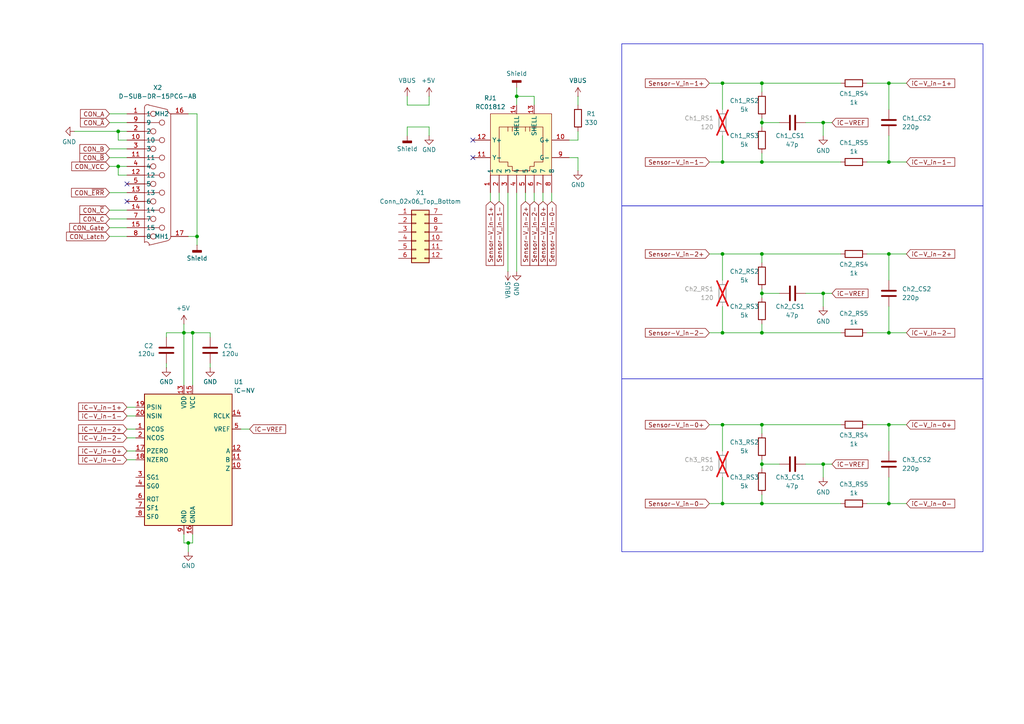
<source format=kicad_sch>
(kicad_sch (version 20231120) (generator "eeschema") (generator_version "8.0")
  (paper "A4")
  (lib_symbols
    (symbol "Connector_Generic:Conn_02x06_Top_Bottom" (pin_names (offset 1.016) hide)
      (property "Reference" "J" (at 1.27 7.62 0))
      (property "Value" "Conn_02x06_Top_Bottom" (at 1.27 -10.16 0))
      (symbol "Conn_02x06_Top_Bottom_1_1"
        (rectangle (start -1.27 -7.493) (end 0 -7.747) (stroke (width 0.1524)))
        (rectangle (start -1.27 -4.953) (end 0 -5.207) (stroke (width 0.1524)))
        (rectangle (start -1.27 -2.413) (end 0 -2.667) (stroke (width 0.1524)))
        (rectangle (start -1.27 0.127) (end 0 -0.127) (stroke (width 0.1524)))
        (rectangle (start -1.27 2.667) (end 0 2.413) (stroke (width 0.1524)))
        (rectangle (start -1.27 5.207) (end 0 4.953) (stroke (width 0.1524)))
        (rectangle (start -1.27 6.35) (end 3.81 -8.89) (stroke (width 0.254)) (fill (type background)))
        (rectangle (start 3.81 -7.493) (end 2.54 -7.747) (stroke (width 0.1524)))
        (rectangle (start 3.81 -4.953) (end 2.54 -5.207) (stroke (width 0.1524)))
        (rectangle (start 3.81 -2.413) (end 2.54 -2.667) (stroke (width 0.1524)))
        (rectangle (start 3.81 0.127) (end 2.54 -0.127) (stroke (width 0.1524)))
        (rectangle (start 3.81 2.667) (end 2.54 2.413) (stroke (width 0.1524)))
        (rectangle (start 3.81 5.207) (end 2.54 4.953) (stroke (width 0.1524)))
        (pin passive line (at -5.08 5.08 0) (length 3.81) (name "Pin_1") (number "1"))
        (pin passive line (at 7.62 -2.54 180) (length 3.81) (name "Pin_10") (number "10"))
        (pin passive line (at 7.62 -5.08 180) (length 3.81) (name "Pin_11") (number "11"))
        (pin passive line (at 7.62 -7.62 180) (length 3.81) (name "Pin_12") (number "12"))
        (pin passive line (at -5.08 2.54 0) (length 3.81) (name "Pin_2") (number "2"))
        (pin passive line (at -5.08 0 0) (length 3.81) (name "Pin_3") (number "3"))
        (pin passive line (at -5.08 -2.54 0) (length 3.81) (name "Pin_4") (number "4"))
        (pin passive line (at -5.08 -5.08 0) (length 3.81) (name "Pin_5") (number "5"))
        (pin passive line (at -5.08 -7.62 0) (length 3.81) (name "Pin_6") (number "6"))
        (pin passive line (at 7.62 5.08 180) (length 3.81) (name "Pin_7") (number "7"))
        (pin passive line (at 7.62 2.54 180) (length 3.81) (name "Pin_8") (number "8"))
        (pin passive line (at 7.62 0 180) (length 3.81) (name "Pin_9") (number "9"))
      )
    )
    (symbol "CostumLibrary:iC-NV"
      (property "Reference" "U" (at -9.906 20.32 0))
      (property "Value" "iC-NV" (at 3.81 20.32 0))
      (symbol "iC-NV_0_1"
        (rectangle (start -12.7 19.05) (end 12.7 -19.05) (stroke (width 0.254)) (fill (type background)))
      )
      (symbol "iC-NV_1_1"
        (pin bidirectional line (at -15.24 8.89 0) (length 2.54) (name "PCOS") (number "1"))
        (pin bidirectional line (at 15.24 -2.54 180) (length 2.54) (name "Z") (number "10"))
        (pin power_in line (at 15.24 0 180) (length 2.54) (name "B") (number "11"))
        (pin bidirectional line (at 15.24 2.54 180) (length 2.54) (name "A") (number "12"))
        (pin power_in line (at -1.27 21.59 270) (length 2.54) (name "VDD") (number "13"))
        (pin bidirectional line (at 15.24 12.7 180) (length 2.54) (name "RCLK") (number "14"))
        (pin power_in line (at 1.27 21.59 270) (length 2.54) (name "VCC") (number "15"))
        (pin power_in line (at 1.27 -21.59 90) (length 2.54) (name "GNDA") (number "16"))
        (pin bidirectional line (at -15.24 2.54 0) (length 2.54) (name "PZERO") (number "17"))
        (pin bidirectional line (at -15.24 0 0) (length 2.54) (name "NZERO") (number "18"))
        (pin bidirectional line (at -15.24 15.24 0) (length 2.54) (name "PSIN") (number "19"))
        (pin bidirectional line (at -15.24 6.35 0) (length 2.54) (name "NCOS") (number "2"))
        (pin bidirectional line (at -15.24 12.7 0) (length 2.54) (name "NSIN") (number "20"))
        (pin bidirectional line (at -15.24 -5.08 0) (length 2.54) (name "SG1") (number "3"))
        (pin bidirectional line (at -15.24 -7.62 0) (length 2.54) (name "SG0") (number "4"))
        (pin bidirectional line (at 15.24 8.89 180) (length 2.54) (name "VREF") (number "5"))
        (pin bidirectional line (at -15.24 -11.43 0) (length 2.54) (name "ROT") (number "6"))
        (pin bidirectional line (at -15.24 -13.97 0) (length 2.54) (name "SF1") (number "7"))
        (pin bidirectional line (at -15.24 -16.51 0) (length 2.54) (name "SF0") (number "8"))
        (pin power_in line (at -1.27 -21.59 90) (length 2.54) (name "GND") (number "9"))
      )
    )
    (symbol "Device:C" (pin_numbers hide) (pin_names (offset 0.254))
      (property "Reference" "C" (at 0.635 2.54 0))
      (property "Value" "C" (at 0.635 -2.54 0))
      (symbol "C_0_1"
        (polyline (pts (xy -2.032 -0.762) (xy 2.032 -0.762)) (stroke (width 0.508)))
        (polyline (pts (xy -2.032 0.762) (xy 2.032 0.762)) (stroke (width 0.508)))
      )
      (symbol "C_1_1"
        (pin passive line (at 0 3.81 270) (length 2.794) (name "~") (number "1"))
        (pin passive line (at 0 -3.81 90) (length 2.794) (name "~") (number "2"))
      )
    )
    (symbol "Device:R" (pin_numbers hide) (pin_names (offset 0))
      (property "Reference" "R" (at 2.032 0 90))
      (property "Value" "R" (at 0 0 90))
      (symbol "R_0_1"
        (rectangle (start -1.016 -2.54) (end 1.016 2.54) (stroke (width 0.254)))
      )
      (symbol "R_1_1"
        (pin passive line (at 0 3.81 270) (length 1.27) (name "~") (number "1"))
        (pin passive line (at 0 -3.81 90) (length 1.27) (name "~") (number "2"))
      )
    )
    (symbol "easyeda2kicad:D-SUB-DR-15PCG-AB"
      (property "Reference" "U" (at 0 22.86 0))
      (property "Value" "D-SUB-DR-15PCG-AB" (at 0 -22.86 0))
      (symbol "D-SUB-DR-15PCG-AB_0_1"
        (arc (start -3.69 -20.27) (mid -4.1367 -19.4503) (end -5.07 -19.47))
        (arc (start -3.69 20.27) (mid -4.96 20.04) (end -5.07 19.47))
        (circle (center -2.54 -17.78) (radius 0.76))
        (circle (center -2.54 -12.7) (radius 0.76))
        (circle (center -2.54 -7.62) (radius 0.76))
        (circle (center -2.54 -2.54) (radius 0.76))
        (circle (center -2.54 2.54) (radius 0.76))
        (circle (center -2.54 7.62) (radius 0.76))
        (circle (center -2.54 12.7) (radius 0.76))
        (circle (center -2.54 17.78) (radius 0.76))
        (circle (center 0 -15.24) (radius 0.76))
        (circle (center 0 -10.16) (radius 0.76))
        (circle (center 0 -5.08) (radius 0.76))
        (polyline (pts (xy -5.08 -19.56) (xy -5.08 -2.54)))
        (polyline (pts (xy -5.08 -15.24) (xy -0.76 -15.24)))
        (polyline (pts (xy -5.08 -10.16) (xy -0.76 -10.16)))
        (polyline (pts (xy -5.08 -5.08) (xy -0.76 -5.08)))
        (polyline (pts (xy -5.08 -2.54) (xy -5.08 17.78)))
        (polyline (pts (xy -5.08 0) (xy -0.76 0)))
        (polyline (pts (xy -5.08 5.08) (xy -0.76 5.08)))
        (polyline (pts (xy -5.08 10.16) (xy -0.76 10.16)))
        (polyline (pts (xy -5.08 15.24) (xy -0.76 15.24)))
        (polyline (pts (xy -5.08 19.56) (xy -5.08 17.78)))
        (polyline (pts (xy -3.3 -17.78) (xy -5.08 -17.78)))
        (polyline (pts (xy -3.3 -12.7) (xy -5.08 -12.7)))
        (polyline (pts (xy -3.3 -7.62) (xy -5.08 -7.62)))
        (polyline (pts (xy -3.3 -2.54) (xy -5.08 -2.54)))
        (polyline (pts (xy -3.3 2.54) (xy -5.08 2.54)))
        (polyline (pts (xy -3.3 7.62) (xy -5.08 7.62)))
        (polyline (pts (xy -3.3 12.7) (xy -5.08 12.7)))
        (polyline (pts (xy -3.3 17.78) (xy -5.08 17.78)))
        (polyline (pts (xy 1.52 -19.05) (xy -3.81 -20.32)))
        (polyline (pts (xy 1.52 19.05) (xy -3.81 20.32)))
        (polyline (pts (xy 2.54 -17.78) (xy 2.54 17.78)))
        (circle (center 0 0) (radius 0.76))
        (circle (center 0 5.08) (radius 0.76))
        (circle (center 0 10.16) (radius 0.76))
        (circle (center 0 15.24) (radius 0.76))
        (arc (start 1.6 -19.01) (mid 2.51 -18.03) (end 2.54 -17.78))
        (arc (start 1.62 19) (mid 1.8759 18.2361) (end 2.54 17.78))
        (pin input line (at -10.16 17.78 0) (length 5.08) (name "1") (number "1"))
        (pin input line (at -10.16 10.16 0) (length 5.08) (name "10") (number "10"))
        (pin input line (at -10.16 5.08 0) (length 5.08) (name "11") (number "11"))
        (pin input line (at -10.16 0 0) (length 5.08) (name "12") (number "12"))
        (pin input line (at -10.16 -5.08 0) (length 5.08) (name "13") (number "13"))
        (pin input line (at -10.16 -10.16 0) (length 5.08) (name "14") (number "14"))
        (pin input line (at -10.16 -15.24 0) (length 5.08) (name "15") (number "15"))
        (pin input line (at 7.62 17.78 180) (length 5.08) (name "MH2") (number "16"))
        (pin input line (at 7.62 -17.78 180) (length 5.08) (name "MH1") (number "17"))
        (pin input line (at -10.16 12.7 0) (length 5.08) (name "2") (number "2"))
        (pin input line (at -10.16 7.62 0) (length 5.08) (name "3") (number "3"))
        (pin input line (at -10.16 2.54 0) (length 5.08) (name "4") (number "4"))
        (pin input line (at -10.16 -2.54 0) (length 5.08) (name "5") (number "5"))
        (pin input line (at -10.16 -7.62 0) (length 5.08) (name "6") (number "6"))
        (pin input line (at -10.16 -12.7 0) (length 5.08) (name "7") (number "7"))
        (pin input line (at -10.16 -17.78 0) (length 5.08) (name "8") (number "8"))
        (pin input line (at -10.16 15.24 0) (length 5.08) (name "9") (number "9"))
      )
    )
    (symbol "easyeda2kicad:RC01812"
      (property "Reference" "RJ" (at 0 17.78 0))
      (property "Value" "RC01812" (at 0 -17.78 0))
      (symbol "RC01812_0_1"
        (rectangle (start -10.16 10.16) (end 7.62 -7.62) (fill (type background)))
        (polyline (pts (xy -5.08 6.35) (xy -5.08 5.08) (xy -5.08 5.08)))
        (polyline (pts (xy -3.81 6.35) (xy -3.81 5.08) (xy -3.81 5.08)))
        (polyline (pts (xy -2.54 6.35) (xy -2.54 5.08) (xy -2.54 5.08)))
        (polyline (pts (xy 0 6.35) (xy 0 5.08) (xy 0 5.08)))
        (polyline (pts (xy 1.27 6.35) (xy 1.27 5.08) (xy 1.27 5.08)))
        (polyline (pts (xy 2.54 6.35) (xy 2.54 5.08) (xy 2.54 5.08)))
        (polyline (pts (xy 5.08 6.35) (xy -7.62 6.35) (xy -7.62 -3.81) (xy -5.08 -3.81) (xy -5.08 -5.08) (xy -3.81 -5.08) (xy -3.81 -5.08) (xy -3.81 -6.35) (xy 1.27 -6.35) (xy 1.27 -5.08) (xy 2.54 -5.08) (xy 2.54 -3.81) (xy 5.08 -3.81) (xy 5.08 6.35) (xy 5.08 5.08)))
        (pin unspecified line (at -10.16 -12.7 90) (length 5.08) (name "1") (number "1"))
        (pin unspecified line (at 12.7 2.54 180) (length 5.08) (name "G+") (number "10"))
        (pin unspecified line (at -15.24 -2.54 0) (length 5.08) (name "Y-") (number "11"))
        (pin unspecified line (at -15.24 2.54 0) (length 5.08) (name "Y+") (number "12"))
        (pin unspecified line (at 2.54 12.7 270) (length 2.54) (name "SHELL") (number "13"))
        (pin unspecified line (at -2.54 12.7 270) (length 2.54) (name "SHELL") (number "14"))
        (pin unspecified line (at -7.62 -12.7 90) (length 5.08) (name "2") (number "2"))
        (pin unspecified line (at -5.08 -12.7 90) (length 5.08) (name "3") (number "3"))
        (pin unspecified line (at -2.54 -12.7 90) (length 5.08) (name "4") (number "4"))
        (pin unspecified line (at 0 -12.7 90) (length 5.08) (name "5") (number "5"))
        (pin unspecified line (at 2.54 -12.7 90) (length 5.08) (name "6") (number "6"))
        (pin unspecified line (at 5.08 -12.7 90) (length 5.08) (name "7") (number "7"))
        (pin unspecified line (at 7.62 -12.7 90) (length 5.08) (name "8") (number "8"))
        (pin unspecified line (at 12.7 -2.54 180) (length 5.08) (name "G-") (number "9"))
      )
    )
    (symbol "power:+5V" (power) (pin_numbers hide) (pin_names (offset 0) hide)
      (property "Value" "+5V" (at 0 3.556 0))
      (symbol "+5V_0_1"
        (polyline (pts (xy -0.762 1.27) (xy 0 2.54)))
        (polyline (pts (xy 0 0) (xy 0 2.54)))
        (polyline (pts (xy 0 2.54) (xy 0.762 1.27)))
      )
      (symbol "+5V_1_1"
        (pin power_in line (at 0 0 90) (length 0) (name "~") (number "1"))
      )
    )
    (symbol "power:GND" (power) (pin_numbers hide) (pin_names (offset 0) hide)
      (property "Value" "GND" (at 0 -3.81 0))
      (symbol "GND_0_1"
        (polyline (pts (xy 0 0) (xy 0 -1.27) (xy 1.27 -1.27) (xy 0 -2.54) (xy -1.27 -1.27) (xy 0 -1.27)))
      )
      (symbol "GND_1_1"
        (pin power_in line (at 0 0 270) (length 0) (name "~") (number "1"))
      )
    )
    (symbol "power:GNDD" (power) (pin_numbers hide) (pin_names (offset 0) hide)
      (property "Value" "GNDD" (at 0 -3.175 0))
      (symbol "GNDD_0_1"
        (rectangle (start -1.27 -1.524) (end 1.27 -2.032) (stroke (width 0.254)) (fill (type outline)))
        (polyline (pts (xy 0 0) (xy 0 -1.524)))
      )
      (symbol "GNDD_1_1"
        (pin power_in line (at 0 0 270) (length 0) (name "~") (number "1"))
      )
    )
    (symbol "power:VBUS" (power) (pin_numbers hide) (pin_names (offset 0) hide)
      (property "Value" "VBUS" (at 0 3.556 0))
      (symbol "VBUS_0_1"
        (polyline (pts (xy -0.762 1.27) (xy 0 2.54)))
        (polyline (pts (xy 0 0) (xy 0 2.54)))
        (polyline (pts (xy 0 2.54) (xy 0.762 1.27)))
      )
      (symbol "VBUS_1_1"
        (pin power_in line (at 0 0 90) (length 0) (name "~") (number "1"))
      )
    )
  )
  (junction (at 209.55 73.66))
  (junction (at 220.98 73.66))
  (junction (at 34.29 48.26))
  (junction (at 53.34 96.52))
  (junction (at 57.15 68.58))
  (junction (at 220.98 123.19))
  (junction (at 238.76 134.62))
  (junction (at 257.81 146.05))
  (junction (at 209.55 96.52))
  (junction (at 34.29 38.1))
  (junction (at 54.61 157.48))
  (junction (at 257.81 73.66))
  (junction (at 220.98 24.13))
  (junction (at 149.86 27.94))
  (junction (at 209.55 123.19))
  (junction (at 257.81 96.52))
  (junction (at 220.98 146.05))
  (junction (at 220.98 35.56))
  (junction (at 238.76 85.09))
  (junction (at 209.55 24.13))
  (junction (at 220.98 134.62))
  (junction (at 220.98 46.99))
  (junction (at 209.55 46.99))
  (junction (at 238.76 35.56))
  (junction (at 257.81 46.99))
  (junction (at 220.98 96.52))
  (junction (at 55.88 96.52))
  (junction (at 220.98 85.09))
  (junction (at 257.81 123.19))
  (junction (at 257.81 24.13))
  (junction (at 209.55 146.05))
  (no_connect (at 137.16 40.64))
  (no_connect (at 36.83 58.42))
  (no_connect (at 137.16 45.72))
  (no_connect (at 36.83 53.34))
  (wire (pts (xy 209.55 73.66) (xy 220.98 73.66)))
  (wire (pts (xy 124.46 36.83) (xy 118.11 36.83)))
  (wire (pts (xy 205.74 46.99) (xy 209.55 46.99)))
  (wire (pts (xy 209.55 24.13) (xy 209.55 31.75)))
  (wire (pts (xy 257.81 130.81) (xy 257.81 123.19)))
  (wire (pts (xy 220.98 123.19) (xy 220.98 125.73)))
  (wire (pts (xy 160.02 58.42) (xy 160.02 55.88)))
  (wire (pts (xy 251.46 46.99) (xy 257.81 46.99)))
  (wire (pts (xy 124.46 27.94) (xy 124.46 30.48)))
  (wire (pts (xy 60.96 105.41) (xy 60.96 106.68)))
  (wire (pts (xy 48.26 97.79) (xy 48.26 96.52)))
  (wire (pts (xy 31.75 35.56) (xy 36.83 35.56)))
  (wire (pts (xy 251.46 96.52) (xy 257.81 96.52)))
  (wire (pts (xy 220.98 83.82) (xy 220.98 85.09)))
  (wire (pts (xy 209.55 123.19) (xy 209.55 130.81)))
  (wire (pts (xy 220.98 46.99) (xy 243.84 46.99)))
  (wire (pts (xy 220.98 123.19) (xy 243.84 123.19)))
  (wire (pts (xy 257.81 88.9) (xy 257.81 96.52)))
  (wire (pts (xy 257.81 96.52) (xy 262.89 96.52)))
  (wire (pts (xy 31.75 63.5) (xy 36.83 63.5)))
  (wire (pts (xy 54.61 157.48) (xy 54.61 160.02)))
  (wire (pts (xy 257.81 24.13) (xy 262.89 24.13)))
  (wire (pts (xy 144.78 58.42) (xy 144.78 55.88)))
  (wire (pts (xy 31.75 55.88) (xy 36.83 55.88)))
  (wire (pts (xy 220.98 73.66) (xy 243.84 73.66)))
  (wire (pts (xy 238.76 85.09) (xy 241.3 85.09)))
  (wire (pts (xy 154.94 27.94) (xy 149.86 27.94)))
  (wire (pts (xy 205.74 123.19) (xy 209.55 123.19)))
  (wire (pts (xy 154.94 58.42) (xy 154.94 55.88)))
  (wire (pts (xy 167.64 38.1) (xy 167.64 40.64)))
  (wire (pts (xy 152.4 58.42) (xy 152.4 55.88)))
  (wire (pts (xy 36.83 118.11) (xy 39.37 118.11)))
  (wire (pts (xy 167.64 27.94) (xy 167.64 30.48)))
  (wire (pts (xy 167.64 49.53) (xy 167.64 45.72)))
  (wire (pts (xy 233.68 35.56) (xy 238.76 35.56)))
  (wire (pts (xy 34.29 48.26) (xy 34.29 50.8)))
  (wire (pts (xy 57.15 68.58) (xy 57.15 71.12)))
  (wire (pts (xy 220.98 134.62) (xy 220.98 135.89)))
  (wire (pts (xy 31.75 68.58) (xy 36.83 68.58)))
  (wire (pts (xy 147.32 78.74) (xy 147.32 55.88)))
  (wire (pts (xy 53.34 96.52) (xy 55.88 96.52)))
  (wire (pts (xy 31.75 48.26) (xy 34.29 48.26)))
  (wire (pts (xy 34.29 40.64) (xy 34.29 38.1)))
  (wire (pts (xy 31.75 43.18) (xy 36.83 43.18)))
  (wire (pts (xy 21.59 38.1) (xy 34.29 38.1)))
  (wire (pts (xy 220.98 146.05) (xy 243.84 146.05)))
  (wire (pts (xy 209.55 146.05) (xy 220.98 146.05)))
  (wire (pts (xy 54.61 157.48) (xy 53.34 157.48)))
  (wire (pts (xy 205.74 96.52) (xy 209.55 96.52)))
  (wire (pts (xy 238.76 134.62) (xy 238.76 138.43)))
  (wire (pts (xy 55.88 96.52) (xy 55.88 111.76)))
  (wire (pts (xy 209.55 46.99) (xy 220.98 46.99)))
  (wire (pts (xy 251.46 73.66) (xy 257.81 73.66)))
  (wire (pts (xy 220.98 35.56) (xy 226.06 35.56)))
  (wire (pts (xy 124.46 39.37) (xy 124.46 36.83)))
  (wire (pts (xy 36.83 48.26) (xy 34.29 48.26)))
  (wire (pts (xy 238.76 85.09) (xy 238.76 88.9)))
  (wire (pts (xy 124.46 30.48) (xy 118.11 30.48)))
  (wire (pts (xy 220.98 85.09) (xy 226.06 85.09)))
  (wire (pts (xy 257.81 73.66) (xy 262.89 73.66)))
  (wire (pts (xy 209.55 96.52) (xy 220.98 96.52)))
  (wire (pts (xy 209.55 24.13) (xy 220.98 24.13)))
  (wire (pts (xy 36.83 120.65) (xy 39.37 120.65)))
  (wire (pts (xy 257.81 81.28) (xy 257.81 73.66)))
  (wire (pts (xy 31.75 45.72) (xy 36.83 45.72)))
  (wire (pts (xy 36.83 124.46) (xy 39.37 124.46)))
  (wire (pts (xy 220.98 96.52) (xy 243.84 96.52)))
  (wire (pts (xy 257.81 46.99) (xy 262.89 46.99)))
  (wire (pts (xy 36.83 130.81) (xy 39.37 130.81)))
  (wire (pts (xy 118.11 36.83) (xy 118.11 39.37)))
  (wire (pts (xy 31.75 60.96) (xy 36.83 60.96)))
  (wire (pts (xy 209.55 123.19) (xy 220.98 123.19)))
  (wire (pts (xy 257.81 146.05) (xy 262.89 146.05)))
  (wire (pts (xy 48.26 96.52) (xy 53.34 96.52)))
  (wire (pts (xy 54.61 68.58) (xy 57.15 68.58)))
  (wire (pts (xy 36.83 133.35) (xy 39.37 133.35)))
  (wire (pts (xy 72.39 124.46) (xy 69.85 124.46)))
  (wire (pts (xy 238.76 35.56) (xy 238.76 39.37)))
  (wire (pts (xy 34.29 38.1) (xy 36.83 38.1)))
  (wire (pts (xy 31.75 33.02) (xy 36.83 33.02)))
  (wire (pts (xy 257.81 31.75) (xy 257.81 24.13)))
  (wire (pts (xy 238.76 35.56) (xy 241.3 35.56)))
  (wire (pts (xy 257.81 123.19) (xy 262.89 123.19)))
  (wire (pts (xy 220.98 34.29) (xy 220.98 35.56)))
  (wire (pts (xy 157.48 58.42) (xy 157.48 55.88)))
  (wire (pts (xy 220.98 73.66) (xy 220.98 76.2)))
  (wire (pts (xy 36.83 40.64) (xy 34.29 40.64)))
  (wire (pts (xy 48.26 106.68) (xy 48.26 105.41)))
  (wire (pts (xy 118.11 30.48) (xy 118.11 27.94)))
  (wire (pts (xy 209.55 39.37) (xy 209.55 46.99)))
  (wire (pts (xy 31.75 66.04) (xy 36.83 66.04)))
  (wire (pts (xy 154.94 30.48) (xy 154.94 27.94)))
  (wire (pts (xy 167.64 45.72) (xy 165.1 45.72)))
  (wire (pts (xy 55.88 157.48) (xy 54.61 157.48)))
  (wire (pts (xy 209.55 88.9) (xy 209.55 96.52)))
  (wire (pts (xy 220.98 44.45) (xy 220.98 46.99)))
  (wire (pts (xy 54.61 33.02) (xy 57.15 33.02)))
  (wire (pts (xy 142.24 58.42) (xy 142.24 55.88)))
  (wire (pts (xy 55.88 96.52) (xy 60.96 96.52)))
  (wire (pts (xy 53.34 96.52) (xy 53.34 111.76)))
  (wire (pts (xy 220.98 134.62) (xy 226.06 134.62)))
  (wire (pts (xy 57.15 33.02) (xy 57.15 68.58)))
  (wire (pts (xy 257.81 39.37) (xy 257.81 46.99)))
  (wire (pts (xy 209.55 138.43) (xy 209.55 146.05)))
  (wire (pts (xy 220.98 143.51) (xy 220.98 146.05)))
  (wire (pts (xy 220.98 24.13) (xy 243.84 24.13)))
  (wire (pts (xy 53.34 93.98) (xy 53.34 96.52)))
  (wire (pts (xy 220.98 133.35) (xy 220.98 134.62)))
  (wire (pts (xy 220.98 85.09) (xy 220.98 86.36)))
  (wire (pts (xy 149.86 25.4) (xy 149.86 27.94)))
  (wire (pts (xy 205.74 24.13) (xy 209.55 24.13)))
  (wire (pts (xy 209.55 73.66) (xy 209.55 81.28)))
  (wire (pts (xy 220.98 93.98) (xy 220.98 96.52)))
  (wire (pts (xy 220.98 24.13) (xy 220.98 26.67)))
  (wire (pts (xy 55.88 154.94) (xy 55.88 157.48)))
  (wire (pts (xy 257.81 138.43) (xy 257.81 146.05)))
  (wire (pts (xy 251.46 123.19) (xy 257.81 123.19)))
  (wire (pts (xy 53.34 157.48) (xy 53.34 154.94)))
  (wire (pts (xy 149.86 78.74) (xy 149.86 55.88)))
  (wire (pts (xy 251.46 24.13) (xy 257.81 24.13)))
  (wire (pts (xy 251.46 146.05) (xy 257.81 146.05)))
  (wire (pts (xy 36.83 127) (xy 39.37 127)))
  (wire (pts (xy 60.96 96.52) (xy 60.96 97.79)))
  (wire (pts (xy 233.68 134.62) (xy 238.76 134.62)))
  (wire (pts (xy 205.74 73.66) (xy 209.55 73.66)))
  (wire (pts (xy 149.86 27.94) (xy 149.86 30.48)))
  (wire (pts (xy 233.68 85.09) (xy 238.76 85.09)))
  (wire (pts (xy 34.29 50.8) (xy 36.83 50.8)))
  (wire (pts (xy 238.76 134.62) (xy 241.3 134.62)))
  (wire (pts (xy 205.74 146.05) (xy 209.55 146.05)))
  (wire (pts (xy 167.64 40.64) (xy 165.1 40.64)))
  (wire (pts (xy 220.98 35.56) (xy 220.98 36.83)))
  (rectangle (start 180.34 109.855) (end 285.115 160.02))
  (rectangle (start 180.34 59.69) (end 285.115 109.855))
  (rectangle (start 180.34 12.7) (end 285.115 59.69))
  (global_label "iC-V_in-1+" (shape input) (at 262.89 24.13 0) (property "Intersheetrefs" "${INTERSHEET_REFS}" (effects (hide yes))))
  (global_label "iC-V_in-2-" (shape input) (at 36.83 127 180) (property "Intersheetrefs" "${INTERSHEET_REFS}" (effects (hide yes))))
  (global_label "iC-V_in-0-" (shape input) (at 36.83 133.35 180) (property "Intersheetrefs" "${INTERSHEET_REFS}" (effects (hide yes))))
  (global_label "iC-VREF" (shape input) (at 241.3 35.56 0) (property "Intersheetrefs" "${INTERSHEET_REFS}" (effects (hide yes))))
  (global_label "CON_~{B}" (shape input) (at 31.75 45.72 180) (property "Intersheetrefs" "${INTERSHEET_REFS}" (effects (hide yes))))
  (global_label "CON_Gate" (shape input) (at 31.75 66.04 180) (property "Intersheetrefs" "${INTERSHEET_REFS}" (effects (hide yes))))
  (global_label "CON_A" (shape input) (at 31.75 33.02 180) (property "Intersheetrefs" "${INTERSHEET_REFS}" (effects (hide yes))))
  (global_label "Sensor-V_in-0+" (shape input) (at 205.74 123.19 180) (property "Intersheetrefs" "${INTERSHEET_REFS}" (effects (hide yes))))
  (global_label "Sensor-V_in-1-" (shape input) (at 144.78 58.42 270) (property "Intersheetrefs" "${INTERSHEET_REFS}" (effects (hide yes))))
  (global_label "Sensor-V_in-2+" (shape input) (at 205.74 73.66 180) (property "Intersheetrefs" "${INTERSHEET_REFS}" (effects (hide yes))))
  (global_label "iC-V_in-2-" (shape input) (at 262.89 96.52 0) (property "Intersheetrefs" "${INTERSHEET_REFS}" (effects (hide yes))))
  (global_label "CON_VCC" (shape input) (at 31.75 48.26 180) (property "Intersheetrefs" "${INTERSHEET_REFS}" (effects (hide yes))))
  (global_label "iC-VREF" (shape input) (at 72.39 124.46 0) (property "Intersheetrefs" "${INTERSHEET_REFS}" (effects (hide yes))))
  (global_label "Sensor-V_in-0-" (shape input) (at 160.02 58.42 270) (property "Intersheetrefs" "${INTERSHEET_REFS}" (effects (hide yes))))
  (global_label "Sensor-V_in-1+" (shape input) (at 205.74 24.13 180) (property "Intersheetrefs" "${INTERSHEET_REFS}" (effects (hide yes))))
  (global_label "iC-VREF" (shape input) (at 241.3 134.62 0) (property "Intersheetrefs" "${INTERSHEET_REFS}" (effects (hide yes))))
  (global_label "Sensor-V_in-0-" (shape input) (at 205.74 146.05 180) (property "Intersheetrefs" "${INTERSHEET_REFS}" (effects (hide yes))))
  (global_label "Sensor-V_in-1-" (shape input) (at 205.74 46.99 180) (property "Intersheetrefs" "${INTERSHEET_REFS}" (effects (hide yes))))
  (global_label "CON_~{C}" (shape input) (at 31.75 60.96 180) (property "Intersheetrefs" "${INTERSHEET_REFS}" (effects (hide yes))))
  (global_label "CON_B" (shape input) (at 31.75 43.18 180) (property "Intersheetrefs" "${INTERSHEET_REFS}" (effects (hide yes))))
  (global_label "CON_~{ERR}" (shape input) (at 31.75 55.88 180) (property "Intersheetrefs" "${INTERSHEET_REFS}" (effects (hide yes))))
  (global_label "iC-V_in-2+" (shape input) (at 262.89 73.66 0) (property "Intersheetrefs" "${INTERSHEET_REFS}" (effects (hide yes))))
  (global_label "iC-VREF" (shape input) (at 241.3 85.09 0) (property "Intersheetrefs" "${INTERSHEET_REFS}" (effects (hide yes))))
  (global_label "CON_C" (shape input) (at 31.75 63.5 180) (property "Intersheetrefs" "${INTERSHEET_REFS}" (effects (hide yes))))
  (global_label "CON_~{A}" (shape input) (at 31.75 35.56 180) (property "Intersheetrefs" "${INTERSHEET_REFS}" (effects (hide yes))))
  (global_label "iC-V_in-1-" (shape input) (at 262.89 46.99 0) (property "Intersheetrefs" "${INTERSHEET_REFS}" (effects (hide yes))))
  (global_label "Sensor-V_in-2+" (shape input) (at 152.4 58.42 270) (property "Intersheetrefs" "${INTERSHEET_REFS}" (effects (hide yes))))
  (global_label "CON_Latch" (shape input) (at 31.75 68.58 180) (property "Intersheetrefs" "${INTERSHEET_REFS}" (effects (hide yes))))
  (global_label "Sensor-V_in-2-" (shape input) (at 154.94 58.42 270) (property "Intersheetrefs" "${INTERSHEET_REFS}" (effects (hide yes))))
  (global_label "iC-V_in-0-" (shape input) (at 262.89 146.05 0) (property "Intersheetrefs" "${INTERSHEET_REFS}" (effects (hide yes))))
  (global_label "iC-V_in-0+" (shape input) (at 36.83 130.81 180) (property "Intersheetrefs" "${INTERSHEET_REFS}" (effects (hide yes))))
  (global_label "iC-V_in-2+" (shape input) (at 36.83 124.46 180) (property "Intersheetrefs" "${INTERSHEET_REFS}" (effects (hide yes))))
  (global_label "iC-V_in-1+" (shape input) (at 36.83 118.11 180) (property "Intersheetrefs" "${INTERSHEET_REFS}" (effects (hide yes))))
  (global_label "iC-V_in-0+" (shape input) (at 262.89 123.19 0) (property "Intersheetrefs" "${INTERSHEET_REFS}" (effects (hide yes))))
  (global_label "Sensor-V_in-1+" (shape input) (at 142.24 58.42 270) (property "Intersheetrefs" "${INTERSHEET_REFS}" (effects (hide yes))))
  (global_label "Sensor-V_in-2-" (shape input) (at 205.74 96.52 180) (property "Intersheetrefs" "${INTERSHEET_REFS}" (effects (hide yes))))
  (global_label "iC-V_in-1-" (shape input) (at 36.83 120.65 180) (property "Intersheetrefs" "${INTERSHEET_REFS}" (effects (hide yes))))
  (global_label "Sensor-V_in-0+" (shape input) (at 157.48 58.42 270) (property "Intersheetrefs" "${INTERSHEET_REFS}" (effects (hide yes))))
  (symbol (lib_id "Device:C") (at 257.81 85.09 0) (unit 1)
    (property "Reference" "Ch2_CS2" (at 261.62 83.8199 0) (effects (justify left)))
    (property "Value" "220p" (at 261.62 86.3599 0) (effects (justify left)))
    (property "Footprint" "Capacitor_SMD:C_0603_1608Metric" (effects (hide yes)))
    (property "Description" "Unpolarized capacitor" (effects (hide yes)))
  )
  (symbol (lib_id "power:GND") (at 238.76 39.37 0) (unit 1)
    (property "Reference" "#PWR01" (effects (hide yes)))
    (property "Value" "GND" (at 238.76 43.688 0))
    (property "Description" "Power symbol creates a global label with name \"GND\" , ground" (effects (hide yes)))
  )
  (symbol (lib_id "CostumLibrary:iC-NV") (at 54.61 133.35 0) (unit 1)
    (property "Reference" "U1" (at 67.818 110.744 0) (effects (justify left)))
    (property "Value" "iC-NV" (at 67.818 113.284 0) (effects (justify left)))
    (property "Footprint" "Package_SO:TSSOP-20_4.4x6.5mm_P0.65mm" (effects (hide yes)))
    (property "Datasheet" "https://docs.rs-online.com/2c31/A700000011099789.pdf" (effects (hide yes)))
    (property "Description" "6-Bit Sin/D Flash Converter, TSSOP-20" (effects (hide yes)))
  )
  (symbol (lib_id "power:GNDD") (at 57.15 71.12 0) (unit 1)
    (property "Reference" "#PWR05" (effects (hide yes)))
    (property "Value" "Shield" (at 57.15 74.93 0))
    (property "Description" "Power symbol creates a global label with name \"GNDD\" , digital ground" (effects (hide yes)))
  )
  (symbol (lib_id "Device:R") (at 220.98 90.17 180) (unit 1)
    (property "Reference" "Ch2_RS3" (at 215.9 88.9 0))
    (property "Value" "5k" (at 215.9 91.44 0))
    (property "Footprint" "Resistor_SMD:R_0603_1608Metric" (effects (hide yes)))
    (property "Description" "Resistor" (effects (hide yes)))
  )
  (symbol (lib_id "power:VBUS") (at 118.11 27.94 0) (unit 1)
    (property "Reference" "#PWR011" (effects (hide yes)))
    (property "Value" "VBUS" (at 118.11 23.368 0))
    (property "Description" "Power symbol creates a global label with name \"VBUS\"" (effects (hide yes)))
  )
  (symbol (lib_id "Device:R") (at 220.98 139.7 180) (unit 1)
    (property "Reference" "Ch3_RS3" (at 215.9 138.43 0))
    (property "Value" "5k" (at 215.9 140.97 0))
    (property "Footprint" "Resistor_SMD:R_0603_1608Metric" (effects (hide yes)))
    (property "Description" "Resistor" (effects (hide yes)))
  )
  (symbol (lib_id "Device:R") (at 209.55 35.56 0) (mirror y) (unit 1) (dnp yes)
    (property "Reference" "Ch1_RS1" (at 207.01 34.2899 0) (effects (justify left)))
    (property "Value" "120" (at 207.01 36.8299 0) (effects (justify left)))
    (property "Footprint" "Resistor_SMD:R_0603_1608Metric" (effects (hide yes)))
    (property "Description" "Resistor" (effects (hide yes)))
  )
  (symbol (lib_id "Device:C") (at 48.26 101.6 180) (unit 1)
    (property "Reference" "C2" (at 44.45 100.33 0) (effects (justify left)))
    (property "Value" "120u" (at 44.958 102.616 0) (effects (justify left)))
    (property "Footprint" "Capacitor_SMD:C_0603_1608Metric" (effects (hide yes)))
    (property "Description" "Unpolarized capacitor" (effects (hide yes)))
  )
  (symbol (lib_id "Connector_Generic:Conn_02x06_Top_Bottom") (at 120.65 67.31 0) (unit 1)
    (property "Reference" "X1" (at 121.92 55.88 0))
    (property "Value" "Conn_02x06_Top_Bottom" (at 121.92 58.42 0))
    (property "Footprint" "Connector_PinHeader_2.54mm:PinHeader_2x06_P2.54mm_Horizontal" (effects (hide yes)))
    (property "Description" "Generic connector, double row, 02x06, top/bottom pin numbering scheme (row 1: 1...pins_per_row, row2: pins_per_row+1 ... num_pins), script generated (kicad-library-utils/schlib/autogen/connector/)" (effects (hide yes)))
  )
  (symbol (lib_id "power:GND") (at 238.76 88.9 0) (unit 1)
    (property "Reference" "#PWR02" (effects (hide yes)))
    (property "Value" "GND" (at 238.76 93.218 0))
    (property "Description" "Power symbol creates a global label with name \"GND\" , ground" (effects (hide yes)))
  )
  (symbol (lib_id "Device:R") (at 220.98 129.54 180) (unit 1)
    (property "Reference" "Ch3_RS2" (at 215.9 128.27 0))
    (property "Value" "5k" (at 215.9 130.81 0))
    (property "Footprint" "Resistor_SMD:R_0603_1608Metric" (effects (hide yes)))
    (property "Description" "Resistor" (effects (hide yes)))
  )
  (symbol (lib_id "power:+5V") (at 124.46 27.94 0) (unit 1)
    (property "Reference" "#PWR012" (effects (hide yes)))
    (property "Value" "+5V" (at 124.206 23.368 0))
    (property "Description" "Power symbol creates a global label with name \"+5V\"" (effects (hide yes)))
  )
  (symbol (lib_id "power:GND") (at 21.59 38.1 270) (unit 1)
    (property "Reference" "#PWR04" (effects (hide yes)))
    (property "Value" "GND" (at 20.066 41.148 90))
    (property "Description" "Power symbol creates a global label with name \"GND\" , ground" (effects (hide yes)))
  )
  (symbol (lib_id "easyeda2kicad:D-SUB-DR-15PCG-AB") (at 46.99 50.8 0) (unit 1)
    (property "Reference" "X2" (at 45.7198 25.4 0))
    (property "Value" "D-SUB-DR-15PCG-AB" (at 45.7198 27.94 0))
    (property "Footprint" "easyeda2kicad:DSUB-TH_D-SUB-DR-15PCG-AB" (effects (hide yes)))
    (property "LCSC Part" "C19077347" (effects (hide yes)))
  )
  (symbol (lib_id "Device:R") (at 247.65 46.99 90) (unit 1)
    (property "Reference" "Ch1_RS5" (at 247.65 41.402 90))
    (property "Value" "1k" (at 247.65 43.942 90))
    (property "Footprint" "Resistor_SMD:R_0603_1608Metric" (effects (hide yes)))
    (property "Description" "Resistor" (effects (hide yes)))
  )
  (symbol (lib_id "power:GNDD") (at 118.11 39.37 0) (unit 1)
    (property "Reference" "#PWR013" (effects (hide yes)))
    (property "Value" "Shield" (at 118.11 43.18 0))
    (property "Description" "Power symbol creates a global label with name \"GNDD\" , digital ground" (effects (hide yes)))
  )
  (symbol (lib_id "Device:R") (at 220.98 80.01 180) (unit 1)
    (property "Reference" "Ch2_RS2" (at 215.9 78.74 0))
    (property "Value" "5k" (at 215.9 81.28 0))
    (property "Footprint" "Resistor_SMD:R_0603_1608Metric" (effects (hide yes)))
    (property "Description" "Resistor" (effects (hide yes)))
  )
  (symbol (lib_id "power:+5V") (at 53.34 93.98 0) (unit 1)
    (property "Reference" "#PWR018" (effects (hide yes)))
    (property "Value" "+5V" (at 53.086 89.408 0))
    (property "Description" "Power symbol creates a global label with name \"+5V\"" (effects (hide yes)))
  )
  (symbol (lib_id "Device:R") (at 247.65 96.52 90) (unit 1)
    (property "Reference" "Ch2_RS5" (at 247.65 90.932 90))
    (property "Value" "1k" (at 247.65 93.472 90))
    (property "Footprint" "Resistor_SMD:R_0603_1608Metric" (effects (hide yes)))
    (property "Description" "Resistor" (effects (hide yes)))
  )
  (symbol (lib_id "Device:R") (at 220.98 40.64 180) (unit 1)
    (property "Reference" "Ch1_RS3" (at 215.9 39.37 0))
    (property "Value" "5k" (at 215.9 41.91 0))
    (property "Footprint" "Resistor_SMD:R_0603_1608Metric" (effects (hide yes)))
    (property "Description" "Resistor" (effects (hide yes)))
  )
  (symbol (lib_id "power:GNDD") (at 149.86 25.4 180) (unit 1)
    (property "Reference" "#PWR06" (effects (hide yes)))
    (property "Value" "Shield" (at 149.86 21.336 0))
    (property "Description" "Power symbol creates a global label with name \"GNDD\" , digital ground" (effects (hide yes)))
  )
  (symbol (lib_id "Device:R") (at 220.98 30.48 180) (unit 1)
    (property "Reference" "Ch1_RS2" (at 215.9 29.21 0))
    (property "Value" "5k" (at 215.9 31.75 0))
    (property "Footprint" "Resistor_SMD:R_0603_1608Metric" (effects (hide yes)))
    (property "Description" "Resistor" (effects (hide yes)))
  )
  (symbol (lib_id "power:GND") (at 167.64 49.53 0) (unit 1)
    (property "Reference" "#PWR09" (effects (hide yes)))
    (property "Value" "GND" (at 167.64 53.594 0))
    (property "Description" "Power symbol creates a global label with name \"GND\" , ground" (effects (hide yes)))
  )
  (symbol (lib_id "power:GND") (at 238.76 138.43 0) (unit 1)
    (property "Reference" "#PWR03" (effects (hide yes)))
    (property "Value" "GND" (at 238.76 142.748 0))
    (property "Description" "Power symbol creates a global label with name \"GND\" , ground" (effects (hide yes)))
  )
  (symbol (lib_id "Device:R") (at 209.55 85.09 0) (mirror y) (unit 1) (dnp yes)
    (property "Reference" "Ch2_RS1" (at 207.01 83.8199 0) (effects (justify left)))
    (property "Value" "120" (at 207.01 86.3599 0) (effects (justify left)))
    (property "Footprint" "Resistor_SMD:R_0603_1608Metric" (effects (hide yes)))
    (property "Description" "Resistor" (effects (hide yes)))
  )
  (symbol (lib_id "Device:R") (at 247.65 73.66 90) (mirror x) (unit 1)
    (property "Reference" "Ch2_RS4" (at 247.65 76.708 90))
    (property "Value" "1k" (at 247.65 79.248 90))
    (property "Footprint" "Resistor_SMD:R_0603_1608Metric" (effects (hide yes)))
    (property "Description" "Resistor" (effects (hide yes)))
  )
  (symbol (lib_id "power:VBUS") (at 147.32 78.74 180) (unit 1)
    (property "Reference" "#PWR08" (effects (hide yes)))
    (property "Value" "VBUS" (at 147.32 84.074 90))
    (property "Description" "Power symbol creates a global label with name \"VBUS\"" (effects (hide yes)))
  )
  (symbol (lib_id "power:GND") (at 60.96 106.68 0) (unit 1)
    (property "Reference" "#PWR016" (effects (hide yes)))
    (property "Value" "GND" (at 60.96 110.744 0))
    (property "Description" "Power symbol creates a global label with name \"GND\" , ground" (effects (hide yes)))
  )
  (symbol (lib_id "Device:C") (at 60.96 101.6 0) (mirror x) (unit 1)
    (property "Reference" "C1" (at 64.77 100.33 0) (effects (justify left)))
    (property "Value" "120u" (at 64.262 102.616 0) (effects (justify left)))
    (property "Footprint" "Capacitor_SMD:C_0603_1608Metric" (effects (hide yes)))
    (property "Description" "Unpolarized capacitor" (effects (hide yes)))
  )
  (symbol (lib_id "Device:C") (at 229.87 85.09 90) (mirror x) (unit 1)
    (property "Reference" "Ch2_CS1" (at 233.426 88.9 90) (effects (justify left)))
    (property "Value" "47p" (at 231.648 91.44 90) (effects (justify left)))
    (property "Footprint" "Capacitor_SMD:C_0603_1608Metric" (effects (hide yes)))
    (property "Description" "Unpolarized capacitor" (effects (hide yes)))
  )
  (symbol (lib_id "Device:R") (at 247.65 146.05 90) (unit 1)
    (property "Reference" "Ch3_RS5" (at 247.65 140.462 90))
    (property "Value" "1k" (at 247.65 143.002 90))
    (property "Footprint" "Resistor_SMD:R_0603_1608Metric" (effects (hide yes)))
    (property "Description" "Resistor" (effects (hide yes)))
  )
  (symbol (lib_id "power:GND") (at 48.26 106.68 0) (unit 1)
    (property "Reference" "#PWR017" (effects (hide yes)))
    (property "Value" "GND" (at 48.26 110.744 0))
    (property "Description" "Power symbol creates a global label with name \"GND\" , ground" (effects (hide yes)))
  )
  (symbol (lib_id "easyeda2kicad:RC01812") (at 152.4 43.18 0) (unit 1)
    (property "Reference" "RJ1" (at 142.24 28.448 0))
    (property "Value" "RC01812" (at 142.24 30.988 0))
    (property "Footprint" "easyeda2kicad:RJ45-TH_RC01812" (effects (hide yes)))
    (property "LCSC Part" "C708645" (effects (hide yes)))
  )
  (symbol (lib_id "Device:R") (at 247.65 24.13 90) (mirror x) (unit 1)
    (property "Reference" "Ch1_RS4" (at 247.65 27.178 90))
    (property "Value" "1k" (at 247.65 29.718 90))
    (property "Footprint" "Resistor_SMD:R_0603_1608Metric" (effects (hide yes)))
    (property "Description" "Resistor" (effects (hide yes)))
  )
  (symbol (lib_id "Device:C") (at 229.87 134.62 90) (mirror x) (unit 1)
    (property "Reference" "Ch3_CS1" (at 233.426 138.43 90) (effects (justify left)))
    (property "Value" "47p" (at 231.648 140.97 90) (effects (justify left)))
    (property "Footprint" "Capacitor_SMD:C_0603_1608Metric" (effects (hide yes)))
    (property "Description" "Unpolarized capacitor" (effects (hide yes)))
  )
  (symbol (lib_id "power:VBUS") (at 167.64 27.94 0) (unit 1)
    (property "Reference" "#PWR010" (effects (hide yes)))
    (property "Value" "VBUS" (at 167.64 23.368 0))
    (property "Description" "Power symbol creates a global label with name \"VBUS\"" (effects (hide yes)))
  )
  (symbol (lib_id "power:GND") (at 54.61 160.02 0) (unit 1)
    (property "Reference" "#PWR015" (effects (hide yes)))
    (property "Value" "GND" (at 54.61 164.084 0))
    (property "Description" "Power symbol creates a global label with name \"GND\" , ground" (effects (hide yes)))
  )
  (symbol (lib_id "Device:C") (at 257.81 35.56 0) (unit 1)
    (property "Reference" "Ch1_CS2" (at 261.62 34.2899 0) (effects (justify left)))
    (property "Value" "220p" (at 261.62 36.8299 0) (effects (justify left)))
    (property "Footprint" "Capacitor_SMD:C_0603_1608Metric" (effects (hide yes)))
    (property "Description" "Unpolarized capacitor" (effects (hide yes)))
  )
  (symbol (lib_id "power:GND") (at 149.86 78.74 0) (unit 1)
    (property "Reference" "#PWR07" (effects (hide yes)))
    (property "Value" "GND" (at 149.86 83.82 90))
    (property "Description" "Power symbol creates a global label with name \"GND\" , ground" (effects (hide yes)))
  )
  (symbol (lib_id "Device:R") (at 167.64 34.29 0) (mirror x) (unit 1)
    (property "Reference" "R1" (at 171.45 33.02 0))
    (property "Value" "330" (at 171.45 35.56 0))
    (property "Footprint" "Resistor_SMD:R_0603_1608Metric" (effects (hide yes)))
    (property "Description" "Resistor" (effects (hide yes)))
  )
  (symbol (lib_id "power:GND") (at 124.46 39.37 0) (unit 1)
    (property "Reference" "#PWR014" (effects (hide yes)))
    (property "Value" "GND" (at 124.46 43.434 0))
    (property "Description" "Power symbol creates a global label with name \"GND\" , ground" (effects (hide yes)))
  )
  (symbol (lib_id "Device:C") (at 257.81 134.62 0) (unit 1)
    (property "Reference" "Ch3_CS2" (at 261.62 133.3499 0) (effects (justify left)))
    (property "Value" "220p" (at 261.62 135.8899 0) (effects (justify left)))
    (property "Footprint" "Capacitor_SMD:C_0603_1608Metric" (effects (hide yes)))
    (property "Description" "Unpolarized capacitor" (effects (hide yes)))
  )
  (symbol (lib_id "Device:C") (at 229.87 35.56 90) (mirror x) (unit 1)
    (property "Reference" "Ch1_CS1" (at 233.426 39.37 90) (effects (justify left)))
    (property "Value" "47p" (at 231.648 41.91 90) (effects (justify left)))
    (property "Footprint" "Capacitor_SMD:C_0603_1608Metric" (effects (hide yes)))
    (property "Description" "Unpolarized capacitor" (effects (hide yes)))
  )
  (symbol (lib_id "Device:R") (at 209.55 134.62 0) (mirror y) (unit 1) (dnp yes)
    (property "Reference" "Ch3_RS1" (at 207.01 133.3499 0) (effects (justify left)))
    (property "Value" "120" (at 207.01 135.8899 0) (effects (justify left)))
    (property "Footprint" "Resistor_SMD:R_0603_1608Metric" (effects (hide yes)))
    (property "Description" "Resistor" (effects (hide yes)))
  )
  (symbol (lib_id "Device:R") (at 247.65 123.19 90) (mirror x) (unit 1)
    (property "Reference" "Ch3_RS4" (at 247.65 126.238 90))
    (property "Value" "1k" (at 247.65 128.778 90))
    (property "Footprint" "Resistor_SMD:R_0603_1608Metric" (effects (hide yes)))
    (property "Description" "Resistor" (effects (hide yes)))
  )
)
</source>
